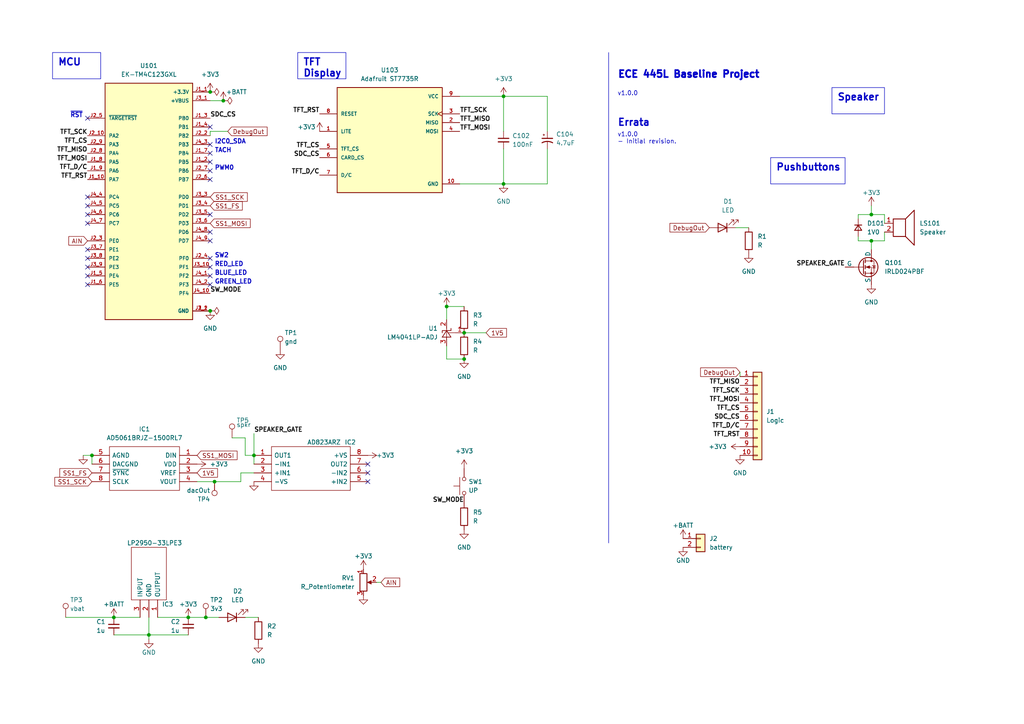
<source format=kicad_sch>
(kicad_sch (version 20230121) (generator eeschema)
  (paper "A4")
  (title_block (title "ECE 445L Baseline Project") (date "2023-08-25") (rev "v1.0.0") (company "The University of Texas at Austin"))
  (lib_symbols
    (symbol "AD5061BRJZ-1500RL7:AD5061BRJZ-1500RL7" (pin_names (offset 0.762))
      (property "Reference" "IC" (at 26.67 7.62 0))
      (property "Value" "AD5061BRJZ-1500RL7" (at 26.67 5.08 0))
      (symbol "AD5061BRJZ-1500RL7_0_0"
        (pin passive line (at 0 0 0) (length 5.08) (name "DIN") (number "1"))
        (pin passive line (at 0 -2.54 0) (length 5.08) (name "VDD") (number "2"))
        (pin passive line (at 0 -5.08 0) (length 5.08) (name "VREF") (number "3"))
        (pin passive line (at 0 -7.62 0) (length 5.08) (name "VOUT") (number "4"))
        (pin passive line (at 30.48 0 180) (length 5.08) (name "AGND") (number "5"))
        (pin passive line (at 30.48 -2.54 180) (length 5.08) (name "DACGND") (number "6"))
        (pin passive line (at 30.48 -5.08 180) (length 5.08) (name "~{SYNC}") (number "7"))
        (pin passive line (at 30.48 -7.62 180) (length 5.08) (name "SCLK") (number "8"))
      )
      (symbol "AD5061BRJZ-1500RL7_0_1"
        (polyline (pts (xy 5.08 2.54) (xy 25.4 2.54) (xy 25.4 -10.16) (xy 5.08 -10.16) (xy 5.08 2.54)) (stroke (width 0.1524)))
      )
    )
    (symbol "AD823ARZ:AD823ARZ" (pin_names (offset 0.762))
      (property "Reference" "IC" (at 29.21 7.62 0))
      (property "Value" "AD823ARZ" (at 29.21 5.08 0))
      (symbol "AD823ARZ_0_0"
        (pin passive line (at 0 0 0) (length 5.08) (name "OUT1") (number "1"))
        (pin passive line (at 0 -2.54 0) (length 5.08) (name "-IN1") (number "2"))
        (pin passive line (at 0 -5.08 0) (length 5.08) (name "+IN1") (number "3"))
        (pin passive line (at 0 -7.62 0) (length 5.08) (name "-VS") (number "4"))
        (pin passive line (at 33.02 -7.62 180) (length 5.08) (name "+IN2") (number "5"))
        (pin passive line (at 33.02 -5.08 180) (length 5.08) (name "-IN2") (number "6"))
        (pin passive line (at 33.02 -2.54 180) (length 5.08) (name "OUT2") (number "7"))
        (pin passive line (at 33.02 0 180) (length 5.08) (name "+VS") (number "8"))
      )
      (symbol "AD823ARZ_0_1"
        (polyline (pts (xy 5.08 2.54) (xy 27.94 2.54) (xy 27.94 -10.16) (xy 5.08 -10.16) (xy 5.08 2.54)) (stroke (width 0.1524)))
      )
    )
    (symbol "Connector:TestPoint" (pin_numbers hide) (pin_names (offset 0.762) hide)
      (property "Reference" "TP" (at 0 6.858 0))
      (property "Value" "TestPoint" (at 0 5.08 0))
      (symbol "TestPoint_0_1"
        (circle (center 0 3.302) (radius 0.762))
      )
      (symbol "TestPoint_1_1"
        (pin passive line (at 0 0 90) (length 2.54) (name "1") (number "1"))
      )
    )
    (symbol "Connector_Generic:Conn_01x02" (pin_names (offset 1.016) hide)
      (property "Reference" "J" (at 0 2.54 0))
      (property "Value" "Conn_01x02" (at 0 -5.08 0))
      (symbol "Conn_01x02_1_1"
        (rectangle (start -1.27 -2.413) (end 0 -2.667) (stroke (width 0.1524)))
        (rectangle (start -1.27 0.127) (end 0 -0.127) (stroke (width 0.1524)))
        (rectangle (start -1.27 1.27) (end 1.27 -3.81) (stroke (width 0.254)) (fill (type background)))
        (pin passive line (at -5.08 0 0) (length 3.81) (name "Pin_1") (number "1"))
        (pin passive line (at -5.08 -2.54 0) (length 3.81) (name "Pin_2") (number "2"))
      )
    )
    (symbol "Connector_Generic:Conn_01x10" (pin_names (offset 1.016) hide)
      (property "Reference" "J" (at 0 12.7 0))
      (property "Value" "Conn_01x10" (at 0 -15.24 0))
      (symbol "Conn_01x10_1_1"
        (rectangle (start -1.27 -12.573) (end 0 -12.827) (stroke (width 0.1524)))
        (rectangle (start -1.27 -10.033) (end 0 -10.287) (stroke (width 0.1524)))
        (rectangle (start -1.27 -7.493) (end 0 -7.747) (stroke (width 0.1524)))
        (rectangle (start -1.27 -4.953) (end 0 -5.207) (stroke (width 0.1524)))
        (rectangle (start -1.27 -2.413) (end 0 -2.667) (stroke (width 0.1524)))
        (rectangle (start -1.27 0.127) (end 0 -0.127) (stroke (width 0.1524)))
        (rectangle (start -1.27 2.667) (end 0 2.413) (stroke (width 0.1524)))
        (rectangle (start -1.27 5.207) (end 0 4.953) (stroke (width 0.1524)))
        (rectangle (start -1.27 7.747) (end 0 7.493) (stroke (width 0.1524)))
        (rectangle (start -1.27 10.287) (end 0 10.033) (stroke (width 0.1524)))
        (rectangle (start -1.27 11.43) (end 1.27 -13.97) (stroke (width 0.254)) (fill (type background)))
        (pin passive line (at -5.08 10.16 0) (length 3.81) (name "Pin_1") (number "1"))
        (pin passive line (at -5.08 -12.7 0) (length 3.81) (name "Pin_10") (number "10"))
        (pin passive line (at -5.08 7.62 0) (length 3.81) (name "Pin_2") (number "2"))
        (pin passive line (at -5.08 5.08 0) (length 3.81) (name "Pin_3") (number "3"))
        (pin passive line (at -5.08 2.54 0) (length 3.81) (name "Pin_4") (number "4"))
        (pin passive line (at -5.08 0 0) (length 3.81) (name "Pin_5") (number "5"))
        (pin passive line (at -5.08 -2.54 0) (length 3.81) (name "Pin_6") (number "6"))
        (pin passive line (at -5.08 -5.08 0) (length 3.81) (name "Pin_7") (number "7"))
        (pin passive line (at -5.08 -7.62 0) (length 3.81) (name "Pin_8") (number "8"))
        (pin passive line (at -5.08 -10.16 0) (length 3.81) (name "Pin_9") (number "9"))
      )
    )
    (symbol "Device:C_Polarized_Small_US" (pin_numbers hide) (pin_names (offset 0.254) hide)
      (property "Reference" "C" (at 0.254 1.778 0))
      (property "Value" "C_Polarized_Small_US" (at 0.254 -2.032 0))
      (symbol "C_Polarized_Small_US_0_1"
        (polyline (pts (xy -1.524 0.508) (xy 1.524 0.508)) (stroke (width 0.3048)))
        (polyline (pts (xy -1.27 1.524) (xy -0.762 1.524)))
        (polyline (pts (xy -1.016 1.27) (xy -1.016 1.778)))
        (arc (start 1.524 -0.762) (mid 0 -0.3734) (end -1.524 -0.762) (stroke (width 0.3048)))
      )
      (symbol "C_Polarized_Small_US_1_1"
        (pin passive line (at 0 2.54 270) (length 2.032) (name "~") (number "1"))
        (pin passive line (at 0 -2.54 90) (length 2.032) (name "~") (number "2"))
      )
    )
    (symbol "Device:C_Small" (pin_numbers hide) (pin_names (offset 0.254) hide)
      (property "Reference" "C" (at 0.254 1.778 0))
      (property "Value" "C_Small" (at 0.254 -2.032 0))
      (symbol "C_Small_0_1"
        (polyline (pts (xy -1.524 -0.508) (xy 1.524 -0.508)) (stroke (width 0.3302)))
        (polyline (pts (xy -1.524 0.508) (xy 1.524 0.508)) (stroke (width 0.3048)))
      )
      (symbol "C_Small_1_1"
        (pin passive line (at 0 2.54 270) (length 2.032) (name "~") (number "1"))
        (pin passive line (at 0 -2.54 90) (length 2.032) (name "~") (number "2"))
      )
    )
    (symbol "Device:D_Small" (pin_numbers hide) (pin_names (offset 0.254) hide)
      (property "Reference" "D" (at -1.27 2.032 0))
      (property "Value" "D_Small" (at -3.81 -2.032 0))
      (symbol "D_Small_0_1"
        (polyline (pts (xy -0.762 -1.016) (xy -0.762 1.016)) (stroke (width 0.254)))
        (polyline (pts (xy -0.762 0) (xy 0.762 0)))
        (polyline (pts (xy 0.762 -1.016) (xy -0.762 0) (xy 0.762 1.016) (xy 0.762 -1.016)) (stroke (width 0.254)))
      )
      (symbol "D_Small_1_1"
        (pin passive line (at -2.54 0 0) (length 1.778) (name "K") (number "1"))
        (pin passive line (at 2.54 0 180) (length 1.778) (name "A") (number "2"))
      )
    )
    (symbol "Device:LED" (pin_numbers hide) (pin_names (offset 1.016) hide)
      (property "Reference" "D" (at 0 2.54 0))
      (property "Value" "LED" (at 0 -2.54 0))
      (symbol "LED_0_1"
        (polyline (pts (xy -1.27 -1.27) (xy -1.27 1.27)) (stroke (width 0.254)))
        (polyline (pts (xy -1.27 0) (xy 1.27 0)))
        (polyline (pts (xy 1.27 -1.27) (xy 1.27 1.27) (xy -1.27 0) (xy 1.27 -1.27)) (stroke (width 0.254)))
        (polyline (pts (xy -3.048 -0.762) (xy -4.572 -2.286) (xy -3.81 -2.286) (xy -4.572 -2.286) (xy -4.572 -1.524)))
        (polyline (pts (xy -1.778 -0.762) (xy -3.302 -2.286) (xy -2.54 -2.286) (xy -3.302 -2.286) (xy -3.302 -1.524)))
      )
      (symbol "LED_1_1"
        (pin passive line (at -3.81 0 0) (length 2.54) (name "K") (number "1"))
        (pin passive line (at 3.81 0 180) (length 2.54) (name "A") (number "2"))
      )
    )
    (symbol "Device:R" (pin_numbers hide) (pin_names (offset 0))
      (property "Reference" "R" (at 2.032 0 90))
      (property "Value" "R" (at 0 0 90))
      (symbol "R_0_1"
        (rectangle (start -1.016 -2.54) (end 1.016 2.54) (stroke (width 0.254)))
      )
      (symbol "R_1_1"
        (pin passive line (at 0 3.81 270) (length 1.27) (name "~") (number "1"))
        (pin passive line (at 0 -3.81 90) (length 1.27) (name "~") (number "2"))
      )
    )
    (symbol "Device:R_Potentiometer" (pin_names (offset 1.016) hide)
      (property "Reference" "RV" (at -4.445 0 90))
      (property "Value" "R_Potentiometer" (at -2.54 0 90))
      (symbol "R_Potentiometer_0_1"
        (polyline (pts (xy 2.54 0) (xy 1.524 0)))
        (polyline (pts (xy 1.143 0) (xy 2.286 0.508) (xy 2.286 -0.508) (xy 1.143 0)) (fill (type outline)))
        (rectangle (start 1.016 2.54) (end -1.016 -2.54) (stroke (width 0.254)))
      )
      (symbol "R_Potentiometer_1_1"
        (pin passive line (at 0 3.81 270) (length 1.27) (name "1") (number "1"))
        (pin passive line (at 3.81 0 180) (length 1.27) (name "2") (number "2"))
        (pin passive line (at 0 -3.81 90) (length 1.27) (name "3") (number "3"))
      )
    )
    (symbol "Device:Speaker" (pin_names (offset 0) hide)
      (property "Reference" "LS" (at 1.27 5.715 0))
      (property "Value" "Speaker" (at 1.27 3.81 0))
      (symbol "Speaker_0_0"
        (rectangle (start -2.54 1.27) (end 1.016 -3.81) (stroke (width 0.254)))
        (polyline (pts (xy 1.016 1.27) (xy 3.556 3.81) (xy 3.556 -6.35) (xy 1.016 -3.81)) (stroke (width 0.254)))
      )
      (symbol "Speaker_1_1"
        (pin input line (at -5.08 0 0) (length 2.54) (name "1") (number "1"))
        (pin input line (at -5.08 -2.54 0) (length 2.54) (name "2") (number "2"))
      )
    )
    (symbol "LP2950-33LPE3:LP2950-33LPE3" (pin_names (offset 0.762))
      (property "Reference" "IC" (at 21.59 7.62 0))
      (property "Value" "LP2950-33LPE3" (at 21.59 5.08 0))
      (symbol "LP2950-33LPE3_0_0"
        (pin passive line (at 0 0 0) (length 5.08) (name "OUTPUT") (number "1"))
        (pin passive line (at 0 -2.54 0) (length 5.08) (name "GND") (number "2"))
        (pin passive line (at 0 -5.08 0) (length 5.08) (name "INPUT") (number "3"))
      )
      (symbol "LP2950-33LPE3_0_1"
        (polyline (pts (xy 5.08 2.54) (xy 20.32 2.54) (xy 20.32 -7.62) (xy 5.08 -7.62) (xy 5.08 2.54)) (stroke (width 0.1524)))
      )
    )
    (symbol "Reference_Voltage:LM4041LP-ADJ" (pin_names (offset 0.0254) hide)
      (property "Reference" "U" (at 2.54 3.81 0))
      (property "Value" "LM4041LP-ADJ" (at 0 -3.175 0))
      (symbol "LM4041LP-ADJ_0_1"
        (polyline (pts (xy 0 2.54) (xy 0 0.508)))
        (polyline (pts (xy -1.27 0) (xy 0 0) (xy 1.27 0)))
        (polyline (pts (xy -1.27 -1.27) (xy 0.635 0) (xy -1.27 1.27) (xy -1.27 -1.27)) (stroke (width 0.2032)))
        (polyline (pts (xy 0 -1.27) (xy 0.635 -1.27) (xy 0.635 1.27) (xy 1.27 1.27)) (stroke (width 0.2032)))
      )
      (symbol "LM4041LP-ADJ_1_1"
        (pin input line (at 0 5.08 270) (length 2.54) (name "FB") (number "1"))
        (pin passive line (at 3.81 0 180) (length 2.54) (name "K") (number "2"))
        (pin passive line (at -3.81 0 0) (length 2.54) (name "A") (number "3"))
      )
    )
    (symbol "Simulation_SPICE:NMOS" (pin_numbers hide) (pin_names (offset 0))
      (property "Reference" "Q" (at 5.08 1.27 0))
      (property "Value" "NMOS" (at 5.08 -1.27 0))
      (symbol "NMOS_0_1"
        (polyline (pts (xy 0.254 0) (xy -2.54 0)))
        (polyline (pts (xy 0.254 1.905) (xy 0.254 -1.905)) (stroke (width 0.254)))
        (polyline (pts (xy 0.762 -1.27) (xy 0.762 -2.286)) (stroke (width 0.254)))
        (polyline (pts (xy 0.762 0.508) (xy 0.762 -0.508)) (stroke (width 0.254)))
        (polyline (pts (xy 0.762 2.286) (xy 0.762 1.27)) (stroke (width 0.254)))
        (polyline (pts (xy 2.54 2.54) (xy 2.54 1.778)))
        (polyline (pts (xy 2.54 -2.54) (xy 2.54 0) (xy 0.762 0)))
        (polyline (pts (xy 0.762 -1.778) (xy 3.302 -1.778) (xy 3.302 1.778) (xy 0.762 1.778)))
        (polyline (pts (xy 1.016 0) (xy 2.032 0.381) (xy 2.032 -0.381) (xy 1.016 0)) (fill (type outline)))
        (polyline (pts (xy 2.794 0.508) (xy 2.921 0.381) (xy 3.683 0.381) (xy 3.81 0.254)))
        (polyline (pts (xy 3.302 0.381) (xy 2.921 -0.254) (xy 3.683 -0.254) (xy 3.302 0.381)))
        (circle (center 1.651 0) (radius 2.794) (stroke (width 0.254)))
        (circle (center 2.54 -1.778) (radius 0.254) (fill (type outline)))
        (circle (center 2.54 1.778) (radius 0.254) (fill (type outline)))
      )
      (symbol "NMOS_1_1"
        (pin passive line (at 2.54 5.08 270) (length 2.54) (name "D") (number "1"))
        (pin input line (at -5.08 0 0) (length 2.54) (name "G") (number "2"))
        (pin passive line (at 2.54 -5.08 90) (length 2.54) (name "S") (number "3"))
      )
    )
    (symbol "Switch:SW_Push" (pin_numbers hide) (pin_names (offset 1.016) hide)
      (property "Reference" "SW" (at 1.27 2.54 0))
      (property "Value" "SW_Push" (at 0 -1.524 0))
      (symbol "SW_Push_0_1"
        (circle (center -2.032 0) (radius 0.508))
        (polyline (pts (xy 0 1.27) (xy 0 3.048)))
        (polyline (pts (xy 2.54 1.27) (xy -2.54 1.27)))
        (circle (center 2.032 0) (radius 0.508))
        (pin passive line (at -5.08 0 0) (length 2.54) (name "1") (number "1"))
        (pin passive line (at 5.08 0 180) (length 2.54) (name "2") (number "2"))
      )
    )
    (symbol "adafruit_st7735r:Adafruit ST7735R" (pin_names (offset 1.016))
      (property "Reference" "U?" (at -15.24 16.002 0))
      (property "Value" "Adafruit ST7735R" (at -15.24 -17.78 0))
      (symbol "Adafruit ST7735R_0_0"
        (rectangle (start -15.24 -15.24) (end 15.24 15.24) (stroke (width 0.254)) (fill (type background)))
        (pin input line (at -20.32 2.54 0) (length 5.08) (name "LITE") (number "1"))
        (pin power_in line (at 20.32 -12.7 180) (length 5.08) (name "GND") (number "10"))
        (pin output line (at 20.32 5.08 180) (length 5.08) (name "MISO") (number "2"))
        (pin input clock (at 20.32 7.62 180) (length 5.08) (name "SCK") (number "3"))
        (pin input line (at 20.32 2.54 180) (length 5.08) (name "MOSI") (number "4"))
        (pin input line (at -20.32 -2.54 0) (length 5.08) (name "TFT_CS") (number "5"))
        (pin input line (at -20.32 -5.08 0) (length 5.08) (name "CARD_CS") (number "6"))
        (pin input line (at -20.32 -10.16 0) (length 5.08) (name "D/C") (number "7"))
        (pin input line (at -20.32 7.62 0) (length 5.08) (name "RESET") (number "8"))
        (pin power_in line (at 20.32 12.7 180) (length 5.08) (name "VCC") (number "9"))
      )
    )
    (symbol "power:+3V3" (power) (pin_names (offset 0))
      (property "Value" "+3V3" (at 0 3.556 0))
      (symbol "+3V3_0_1"
        (polyline (pts (xy -0.762 1.27) (xy 0 2.54)))
        (polyline (pts (xy 0 0) (xy 0 2.54)))
        (polyline (pts (xy 0 2.54) (xy 0.762 1.27)))
      )
      (symbol "+3V3_1_1"
        (pin power_in line (at 0 0 90) (length 0) hide (name "+3V3") (number "1"))
      )
    )
    (symbol "power:+BATT" (power) (pin_names (offset 0))
      (property "Value" "+BATT" (at 0 3.556 0))
      (symbol "+BATT_0_1"
        (polyline (pts (xy -0.762 1.27) (xy 0 2.54)))
        (polyline (pts (xy 0 0) (xy 0 2.54)))
        (polyline (pts (xy 0 2.54) (xy 0.762 1.27)))
      )
      (symbol "+BATT_1_1"
        (pin power_in line (at 0 0 90) (length 0) hide (name "+BATT") (number "1"))
      )
    )
    (symbol "power:GND" (power) (pin_names (offset 0))
      (property "Value" "GND" (at 0 -3.81 0))
      (symbol "GND_0_1"
        (polyline (pts (xy 0 0) (xy 0 -1.27) (xy 1.27 -1.27) (xy 0 -2.54) (xy -1.27 -1.27) (xy 0 -1.27)))
      )
      (symbol "GND_1_1"
        (pin power_in line (at 0 0 270) (length 0) hide (name "GND") (number "1"))
      )
    )
    (symbol "power:PWR_FLAG" (power) (pin_numbers hide) (pin_names (offset 0) hide)
      (property "Value" "PWR_FLAG" (at 0 3.81 0))
      (symbol "PWR_FLAG_0_0"
        (pin power_out line (at 0 0 90) (length 0) (name "pwr") (number "1"))
      )
      (symbol "PWR_FLAG_0_1"
        (polyline (pts (xy 0 0) (xy 0 1.27) (xy -1.016 1.905) (xy 0 2.54) (xy 1.016 1.905) (xy 0 1.27)))
      )
    )
    (symbol "ti_EKTM4C123GXL:EK-TM4C123GXL" (pin_names (offset 1.016))
      (property "Reference" "U?" (at -12.7367 34.3099 0))
      (property "Value" "EK-TM4C123GXL" (at -12.7129 -38.1075 0))
      (symbol "EK-TM4C123GXL_0_0"
        (rectangle (start -12.7 -35.56) (end 12.7 33.02) (stroke (width 0.254)) (fill (type background)))
        (pin power_in line (at 17.78 30.48 180) (length 5.08) (name "+3.3V") (number "J1_1"))
        (pin bidirectional line (at -17.78 5.08 0) (length 5.08) (name "PA7") (number "J1_10"))
        (pin bidirectional line (at 17.78 10.16 180) (length 5.08) (name "PB5") (number "J1_2"))
        (pin bidirectional line (at 17.78 22.86 180) (length 5.08) (name "PB0") (number "J1_3"))
        (pin bidirectional line (at 17.78 20.32 180) (length 5.08) (name "PB1") (number "J1_4"))
        (pin bidirectional line (at -17.78 -22.86 0) (length 5.08) (name "PE4") (number "J1_5"))
        (pin bidirectional line (at -17.78 -25.4 0) (length 5.08) (name "PE5") (number "J1_6"))
        (pin bidirectional line (at 17.78 12.7 180) (length 5.08) (name "PB4") (number "J1_7"))
        (pin bidirectional line (at -17.78 10.16 0) (length 5.08) (name "PA5") (number "J1_8"))
        (pin bidirectional line (at -17.78 7.62 0) (length 5.08) (name "PA6") (number "J1_9"))
        (pin power_in line (at 17.78 -33.02 180) (length 5.08) (name "GND") (number "J2_1"))
        (pin bidirectional line (at -17.78 17.78 0) (length 5.08) (name "PA2") (number "J2_10"))
        (pin bidirectional line (at 17.78 17.78 180) (length 5.08) (name "PB2") (number "J2_2"))
        (pin bidirectional line (at -17.78 -12.7 0) (length 5.08) (name "PE0") (number "J2_3"))
        (pin bidirectional line (at 17.78 -17.78 180) (length 5.08) (name "PF0") (number "J2_4"))
        (pin input line (at -17.78 22.86 0) (length 5.08) (name "~{TARGETRST}") (number "J2_5"))
        (pin bidirectional line (at 17.78 5.08 180) (length 5.08) (name "PB7") (number "J2_6"))
        (pin bidirectional line (at 17.78 7.62 180) (length 5.08) (name "PB6") (number "J2_7"))
        (pin bidirectional line (at -17.78 12.7 0) (length 5.08) (name "PA4") (number "J2_8"))
        (pin bidirectional line (at -17.78 15.24 0) (length 5.08) (name "PA3") (number "J2_9"))
        (pin power_in line (at 17.78 27.94 180) (length 5.08) (name "+VBUS") (number "J3_1"))
        (pin bidirectional line (at 17.78 -20.32 180) (length 5.08) (name "PF1") (number "J3_10"))
        (pin power_in line (at 17.78 -33.02 180) (length 5.08) (name "GND") (number "J3_2"))
        (pin bidirectional line (at 17.78 0 180) (length 5.08) (name "PD0") (number "J3_3"))
        (pin bidirectional line (at 17.78 -2.54 180) (length 5.08) (name "PD1") (number "J3_4"))
        (pin bidirectional line (at 17.78 -5.08 180) (length 5.08) (name "PD2") (number "J3_5"))
        (pin bidirectional line (at 17.78 -7.62 180) (length 5.08) (name "PD3") (number "J3_6"))
        (pin bidirectional line (at -17.78 -15.24 0) (length 5.08) (name "PE1") (number "J3_7"))
        (pin bidirectional line (at -17.78 -17.78 0) (length 5.08) (name "PE2") (number "J3_8"))
        (pin bidirectional line (at -17.78 -20.32 0) (length 5.08) (name "PE3") (number "J3_9"))
        (pin bidirectional line (at 17.78 -22.86 180) (length 5.08) (name "PF2") (number "J4_1"))
        (pin bidirectional line (at 17.78 -27.94 180) (length 5.08) (name "PF4") (number "J4_10"))
        (pin bidirectional line (at 17.78 -25.4 180) (length 5.08) (name "PF3") (number "J4_2"))
        (pin bidirectional line (at 17.78 15.24 180) (length 5.08) (name "PB3") (number "J4_3"))
        (pin bidirectional line (at -17.78 0 0) (length 5.08) (name "PC4") (number "J4_4"))
        (pin bidirectional line (at -17.78 -2.54 0) (length 5.08) (name "PC5") (number "J4_5"))
        (pin bidirectional line (at -17.78 -5.08 0) (length 5.08) (name "PC6") (number "J4_6"))
        (pin bidirectional line (at -17.78 -7.62 0) (length 5.08) (name "PC7") (number "J4_7"))
        (pin bidirectional line (at 17.78 -10.16 180) (length 5.08) (name "PD6") (number "J4_8"))
        (pin bidirectional line (at 17.78 -12.7 180) (length 5.08) (name "PD7") (number "J4_9"))
      )
    )
  )
  (junction (at 134.62 104.14))
  (junction (at 60.96 26.67))
  (junction (at 43.18 184.15))
  (junction (at 73.66 132.08))
  (junction (at 146.05 53.34))
  (junction (at 62.23 139.7))
  (junction (at 252.73 62.23))
  (junction (at 129.54 88.9))
  (junction (at 26.67 132.08))
  (junction (at 54.61 179.07))
  (junction (at 33.02 179.07))
  (junction (at 60.96 90.17))
  (junction (at 146.05 27.94))
  (junction (at 64.77 29.21))
  (junction (at 252.73 69.85))
  (junction (at 134.62 96.52))
  (junction (at 59.69 179.07))
  (no_connect (at 60.96 49.53))
  (no_connect (at 60.96 80.01))
  (no_connect (at 25.4 64.77))
  (no_connect (at 25.4 77.47))
  (no_connect (at 60.96 82.55))
  (no_connect (at 25.4 82.55))
  (no_connect (at 106.68 139.7))
  (no_connect (at 60.96 44.45))
  (no_connect (at 25.4 59.69))
  (no_connect (at 25.4 34.29))
  (no_connect (at 60.96 46.99))
  (no_connect (at 60.96 77.47))
  (no_connect (at 60.96 41.91))
  (no_connect (at 106.68 137.16))
  (no_connect (at 60.96 74.93))
  (no_connect (at 25.4 72.39))
  (no_connect (at 60.96 62.23))
  (no_connect (at 60.96 36.83))
  (no_connect (at 60.96 69.85))
  (no_connect (at 60.96 67.31))
  (no_connect (at 25.4 62.23))
  (no_connect (at 25.4 80.01))
  (no_connect (at 25.4 57.15))
  (no_connect (at 25.4 74.93))
  (no_connect (at 106.68 134.62))
  (no_connect (at 60.96 52.07))
  (wire (pts (xy 146.05 53.34) (xy 133.35 53.34)))
  (wire (pts (xy 33.02 184.15) (xy 43.18 184.15)))
  (wire (pts (xy 69.85 137.16) (xy 73.66 137.16)))
  (wire (pts (xy 33.02 179.07) (xy 40.64 179.07)))
  (wire (pts (xy 60.96 38.1) (xy 60.96 39.37)))
  (wire (pts (xy 158.75 53.34) (xy 146.05 53.34)))
  (wire (pts (xy 66.04 38.1) (xy 60.96 38.1)))
  (wire (pts (xy 69.85 139.7) (xy 69.85 137.16)))
  (wire (pts (xy 67.31 127) (xy 71.12 127)))
  (wire (pts (xy 248.92 62.23) (xy 252.73 62.23)))
  (wire (pts (xy 213.36 66.04) (xy 217.17 66.04)))
  (wire (pts (xy 214.63 107.95) (xy 214.63 109.22)))
  (wire (pts (xy 256.54 67.31) (xy 256.54 69.85)))
  (wire (pts (xy 252.73 59.69) (xy 252.73 62.23)))
  (wire (pts (xy 158.75 27.94) (xy 146.05 27.94)))
  (wire (pts (xy 129.54 92.71) (xy 129.54 88.9)))
  (wire (pts (xy 248.92 62.23) (xy 248.92 63.5)))
  (wire (pts (xy 43.18 185.42) (xy 43.18 184.15)))
  (wire (pts (xy 146.05 43.18) (xy 146.05 53.34)))
  (wire (pts (xy 248.92 69.85) (xy 252.73 69.85)))
  (wire (pts (xy 26.67 132.08) (xy 24.13 132.08)))
  (wire (pts (xy 54.61 179.07) (xy 45.72 179.07)))
  (wire (pts (xy 71.12 179.07) (xy 74.93 179.07)))
  (wire (pts (xy 73.66 132.08) (xy 73.66 125.73)))
  (wire (pts (xy 146.05 27.94) (xy 146.05 38.1)))
  (wire (pts (xy 158.75 43.18) (xy 158.75 53.34)))
  (wire (pts (xy 252.73 69.85) (xy 256.54 69.85)))
  (wire (pts (xy 62.23 139.7) (xy 69.85 139.7)))
  (wire (pts (xy 60.96 29.21) (xy 64.77 29.21)))
  (polyline (pts (xy 176.53 15.24) (xy 176.53 157.48)))
  (wire (pts (xy 19.05 179.07) (xy 33.02 179.07)))
  (wire (pts (xy 43.18 184.15) (xy 43.18 179.07)))
  (wire (pts (xy 134.62 96.52) (xy 140.97 96.52)))
  (wire (pts (xy 109.22 168.91) (xy 110.49 168.91)))
  (wire (pts (xy 71.12 127) (xy 71.12 132.08)))
  (wire (pts (xy 43.18 184.15) (xy 54.61 184.15)))
  (wire (pts (xy 252.73 72.39) (xy 252.73 69.85)))
  (wire (pts (xy 129.54 104.14) (xy 134.62 104.14)))
  (wire (pts (xy 129.54 88.9) (xy 134.62 88.9)))
  (wire (pts (xy 73.66 132.08) (xy 73.66 134.62)))
  (wire (pts (xy 26.67 132.08) (xy 26.67 134.62)))
  (wire (pts (xy 57.15 139.7) (xy 62.23 139.7)))
  (wire (pts (xy 129.54 100.33) (xy 129.54 104.14)))
  (wire (pts (xy 256.54 62.23) (xy 256.54 64.77)))
  (wire (pts (xy 59.69 179.07) (xy 63.5 179.07)))
  (wire (pts (xy 71.12 132.08) (xy 73.66 132.08)))
  (wire (pts (xy 252.73 62.23) (xy 256.54 62.23)))
  (wire (pts (xy 158.75 38.1) (xy 158.75 27.94)))
  (wire (pts (xy 133.35 27.94) (xy 146.05 27.94)))
  (wire (pts (xy 248.92 69.85) (xy 248.92 68.58)))
  (wire (pts (xy 54.61 179.07) (xy 59.69 179.07)))
  (text_box "MCU" (at 15.24 15.24 0) (size 13.97 7.62) (effects (font (size 2 2) (thickness 0.4) bold) (justify left top)))
  (text_box "Speaker" (at 241.3 25.4 0) (size 15.24 7.62) (effects (font (size 2 2) (thickness 0.4) bold) (justify left top)))
  (text_box "Pushbuttons" (at 223.52 45.72 0) (size 21.59 7.62) (effects (font (size 2 2) (thickness 0.4) bold) (justify left top)))
  (text_box "TFT Display" (at 86.36 15.24 0) (size 13.97 7.62) (effects (font (size 2 2) (thickness 0.4) bold) (justify left top)))
  (text "v1.0.0\n- Initial revision." (at 179.07 41.91 0) (effects (font (size 1.27 1.27)) (justify left bottom)))
  (text "~{RST}" (at 20.32 34.29 0) (effects (font (size 1.27 1.27) bold) (justify left bottom)))
  (text "PWM0" (at 62.23 49.53 0) (effects (font (size 1.27 1.27) bold) (justify left bottom)))
  (text "TACH" (at 62.23 44.45 0) (effects (font (size 1.27 1.27) bold) (justify left bottom)))
  (text "ECE 445L Baseline Project" (at 179.07 22.86 0) (effects (font (size 2 2) (thickness 0.6) bold) (justify left bottom)))
  (text "v1.0.0" (at 179.07 27.94 0) (effects (font (size 1.27 1.27)) (justify left bottom)))
  (text "Errata" (at 179.07 36.83 0) (effects (font (size 2 2) (thickness 0.4) bold) (justify left bottom)))
  (text "BLUE_LED" (at 62.23 80.01 0) (effects (font (size 1.27 1.27) bold) (justify left bottom)))
  (text "I2C0_SDA" (at 62.23 41.91 0) (effects (font (size 1.27 1.27) bold) (justify left bottom)))
  (text "RED_LED" (at 62.23 77.47 0) (effects (font (size 1.27 1.27) bold) (justify left bottom)))
  (text "SW2" (at 62.23 74.93 0) (effects (font (size 1.27 1.27) bold) (justify left bottom)))
  (text "GREEN_LED" (at 62.23 82.55 0) (effects (font (size 1.27 1.27) bold) (justify left bottom)))
  (label "SDC_CS" (at 60.96 34.29 0) (effects (font bold)))
  (label "TFT_CS" (at 214.63 119.38 180) (effects (font bold)))
  (label "TFT_SCK" (at 25.4 39.37 180) (effects (font bold)))
  (label "SPEAKER_GATE" (at 73.66 125.73 0) (effects (font bold)))
  (label "TFT_CS" (at 92.71 43.18 180) (effects (font bold)))
  (label "SW_MODE" (at 60.96 85.09 0) (effects (font bold)))
  (label "SDC_CS" (at 92.71 45.72 180) (effects (font bold)))
  (label "TFT_D{slash}C" (at 214.63 124.46 180) (effects (font bold)))
  (label "TFT_MISO" (at 133.35 35.56 0) (effects (font bold)))
  (label "TFT_MOSI" (at 214.63 116.84 180) (effects (font bold)))
  (label "SPEAKER_GATE" (at 245.11 77.47 180) (effects (font bold)))
  (label "TFT_SCK" (at 133.35 33.02 0) (effects (font bold)))
  (label "TFT_MOSI" (at 133.35 38.1 0) (effects (font bold)))
  (label "TFT_D{slash}C" (at 25.4 49.53 180) (effects (font bold)))
  (label "TFT_RST" (at 92.71 33.02 180) (effects (font bold)))
  (label "TFT_SCK" (at 214.63 114.3 180) (effects (font bold)))
  (label "TFT_MOSI" (at 25.4 46.99 180) (effects (font bold)))
  (label "TFT_MISO" (at 214.63 111.76 180) (effects (font bold)))
  (label "SDC_CS" (at 214.63 121.92 180) (effects (font bold)))
  (label "TFT_MISO" (at 25.4 44.45 180) (effects (font bold)))
  (label "TFT_RST" (at 25.4 52.07 180) (effects (font bold)))
  (label "TFT_D{slash}C" (at 92.71 50.8 180) (effects (font bold)))
  (label "SW_MODE" (at 134.62 146.05 180) (effects (font bold)))
  (label "TFT_RST" (at 214.63 127 180) (effects (font bold)))
  (label "TFT_CS" (at 25.4 41.91 180) (effects (font bold)))
  (global_label "AIN" (shape input) (at 25.4 69.85 180) (property "Intersheetrefs" "${INTERSHEET_REFS}" (effects hide)))
  (global_label "SS1_FS" (shape input) (at 26.67 137.16 180) (property "Intersheetrefs" "${INTERSHEET_REFS}" (effects hide)))
  (global_label "DebugOut" (shape input) (at 66.04 38.1 0) (property "Intersheetrefs" "${INTERSHEET_REFS}" (effects hide)))
  (global_label "1V5" (shape input) (at 140.97 96.52 0) (property "Intersheetrefs" "${INTERSHEET_REFS}" (effects hide)))
  (global_label "SS1_FS" (shape input) (at 60.96 59.69 0) (property "Intersheetrefs" "${INTERSHEET_REFS}" (effects hide)))
  (global_label "DebugOut" (shape input) (at 205.74 66.04 180) (property "Intersheetrefs" "${INTERSHEET_REFS}" (effects hide)))
  (global_label "SS1_MOSI" (shape input) (at 57.15 132.08 0) (property "Intersheetrefs" "${INTERSHEET_REFS}" (effects hide)))
  (global_label "SS1_MOSI" (shape input) (at 60.96 64.77 0) (property "Intersheetrefs" "${INTERSHEET_REFS}" (effects hide)))
  (global_label "1V5" (shape input) (at 57.15 137.16 0) (property "Intersheetrefs" "${INTERSHEET_REFS}" (effects hide)))
  (global_label "DebugOut" (shape input) (at 214.63 107.95 180) (property "Intersheetrefs" "${INTERSHEET_REFS}" (effects hide)))
  (global_label "SS1_SCK" (shape input) (at 60.96 57.15 0) (property "Intersheetrefs" "${INTERSHEET_REFS}" (effects hide)))
  (global_label "SS1_SCK" (shape input) (at 26.67 139.7 180) (property "Intersheetrefs" "${INTERSHEET_REFS}" (effects hide)))
  (global_label "AIN" (shape input) (at 110.49 168.91 0) (property "Intersheetrefs" "${INTERSHEET_REFS}" (effects hide)))
  (symbol (lib_id "Device:LED") (at 209.55 66.04 180) (unit 1)
    (property "Reference" "D1" (at 211.1375 58.42 0))
    (property "Value" "LED" (at 211.1375 60.96 0))
    (property "Footprint" "LED_THT:LED_D5.0mm" (effects hide))
  )
  (symbol (lib_id "power:+3V3") (at 146.05 27.94 0) (unit 1)
    (property "Reference" "#PWR0109" (effects hide))
    (property "Value" "+3V3" (at 146.05 22.86 0))
  )
  (symbol (lib_id "power:+3V3") (at 105.41 165.1 0) (unit 1)
    (property "Reference" "#PWR019" (effects hide))
    (property "Value" "+3V3" (at 105.41 161.29 0))
  )
  (symbol (lib_id "power:PWR_FLAG") (at 60.96 90.17 270) (unit 1)
    (property "Reference" "#FLG0102" (effects hide))
    (property "Value" "PWR_FLAG" (effects hide))
  )
  (symbol (lib_id "Device:D_Small") (at 248.92 66.04 270) (unit 1)
    (property "Reference" "D101" (at 251.46 64.77 90) (effects (justify left)))
    (property "Value" "1V0" (at 251.46 67.31 90) (effects (justify left)))
    (property "Footprint" "Diode_THT:D_5W_P12.70mm_Horizontal" (effects hide))
    (property "Datasheet" "https://www.mouser.com/datasheet/2/308/1N914_D-2309448.pdf" (effects hide))
    (property "Cost" "0.10 " (effects hide))
    (property "Distributor" "Mouser" (effects hide))
    (property "Manufacturer" "onsemi" (effects hide))
    (property "P/N" "1N914 " (effects hide))
  )
  (symbol (lib_id "Switch:SW_Push") (at 134.62 140.97 90) (unit 1)
    (property "Reference" "SW1" (at 135.89 139.7 90) (effects (justify right)))
    (property "Value" "UP" (at 135.89 142.24 90) (effects (justify right)))
    (property "Footprint" "Button_Switch_THT:SW_PUSH_6mm" (effects hide))
  )
  (symbol (lib_id "ti_EKTM4C123GXL:EK-TM4C123GXL") (at 43.18 57.15 0) (unit 1)
    (property "Reference" "U101" (at 43.18 19.05 0))
    (property "Value" "EK-TM4C123GXL" (at 43.18 21.59 0))
    (property "Footprint" "footprints:ti_EKTM4C123GXL" (effects hide))
    (property "Datasheet" "https://www.ti.com/lit/ds/symlink/tm4c123gh6pm.pdf?ts=1693244962384&ref_url=https%253A%252F%252Fwww.google.com%252F" (effects hide))
    (property "Distributor" "Mouser" (effects hide))
    (property "Manufacturer" "Texas Instruments" (effects hide))
    (property "P/N" "EK-TM4C123GXL" (effects hide))
    (property "Cost" "22.60" (effects hide))
  )
  (symbol (lib_id "power:+BATT") (at 198.12 156.21 0) (unit 1)
    (property "Reference" "#PWR03" (effects hide))
    (property "Value" "+BATT" (at 198.12 152.4 0))
  )
  (symbol (lib_id "Connector:TestPoint") (at 59.69 179.07 0) (unit 1)
    (property "Reference" "TP2" (at 60.96 173.99 0) (effects (justify left)))
    (property "Value" "3v3" (at 60.96 176.53 0) (effects (justify left)))
    (property "Footprint" "TestPoint:TestPoint_Bridge_Pitch7.62mm_Drill1.3mm" (effects hide))
  )
  (symbol (lib_id "Simulation_SPICE:NMOS") (at 250.19 77.47 0) (unit 1)
    (property "Reference" "Q101" (at 256.54 76.2 0) (effects (justify left)))
    (property "Value" "IRLD024PBF" (at 256.54 78.74 0) (effects (justify left)))
    (property "Footprint" "footprints:vishay_IRLD024PBF" (effects hide))
    (property "Datasheet" "https://www.vishay.com/doc?91308" (effects hide))
    (property "Cost" "1.67" (effects hide))
    (property "Distributor" "Mouser" (effects hide))
    (property "Manufacturer" "Vishay" (effects hide))
    (property "P/N" "IRLD024PBF" (effects hide))
  )
  (symbol (lib_id "Device:R") (at 134.62 92.71 0) (unit 1)
    (property "Reference" "R3" (at 137.16 91.44 0) (effects (justify left)))
    (property "Value" "R" (at 137.16 93.98 0) (effects (justify left)))
    (property "Footprint" "Resistor_THT:R_Axial_DIN0411_L9.9mm_D3.6mm_P12.70mm_Horizontal" (effects hide))
  )
  (symbol (lib_id "Device:C_Small") (at 146.05 40.64 0) (unit 1)
    (property "Reference" "C102" (at 148.59 39.3763 0) (effects (justify left)))
    (property "Value" "100nF" (at 148.59 41.9163 0) (effects (justify left)))
    (property "Footprint" "Capacitor_THT:C_Axial_L5.1mm_D3.1mm_P15.00mm_Horizontal" (effects hide))
  )
  (symbol (lib_id "power:GND") (at 217.17 73.66 0) (unit 1)
    (property "Reference" "#PWR01" (effects hide))
    (property "Value" "GND" (at 217.17 78.74 0))
  )
  (symbol (lib_id "power:PWR_FLAG") (at 64.77 29.21 270) (unit 1)
    (property "Reference" "#FLG0103" (effects hide))
    (property "Value" "PWR_FLAG" (effects hide))
  )
  (symbol (lib_id "power:GND") (at 74.93 186.69 0) (unit 1)
    (property "Reference" "#PWR02" (effects hide))
    (property "Value" "GND" (at 74.93 191.77 0))
  )
  (symbol (lib_id "power:+3V3") (at 57.15 134.62 270) (mirror x) (unit 1)
    (property "Reference" "#PWR013" (effects hide))
    (property "Value" "+3V3" (at 63.5 134.62 90))
  )
  (symbol (lib_id "power:+3V3") (at 129.54 88.9 0) (unit 1)
    (property "Reference" "#PWR08" (effects hide))
    (property "Value" "+3V3" (at 129.54 85.09 0))
  )
  (symbol (lib_id "power:GND") (at 43.18 185.42 0) (unit 1)
    (property "Reference" "#PWR011" (effects hide))
    (property "Value" "GND" (at 43.18 189.23 0))
  )
  (symbol (lib_id "power:GND") (at 73.66 139.7 0) (unit 1)
    (property "Reference" "#PWR017" (effects hide))
    (property "Value" "GND" (effects hide))
  )
  (symbol (lib_id "adafruit_st7735r:Adafruit ST7735R") (at 113.03 40.64 0) (unit 1)
    (property "Reference" "U103" (at 113.03 20.32 0))
    (property "Value" "Adafruit ST7735R" (at 113.03 22.86 0))
    (property "Footprint" "footprints:adafruit_st7735r" (effects hide))
    (property "Datasheet" "https://www.mouser.com/datasheet/2/737/ST7735R_V0_2-2489618.pdf" (effects hide))
    (property "Distributor" "Mouser" (effects hide))
    (property "Manufacturer" "Adafruit" (effects hide))
    (property "P/N" "358" (effects hide))
    (property "Cost" "19.95" (effects hide))
  )
  (symbol (lib_id "power:+3V3") (at 134.62 135.89 0) (unit 1)
    (property "Reference" "#PWR020" (effects hide))
    (property "Value" "+3V3" (at 134.62 130.81 0))
  )
  (symbol (lib_id "Connector:TestPoint") (at 19.05 179.07 0) (unit 1)
    (property "Reference" "TP3" (at 20.32 173.99 0) (effects (justify left)))
    (property "Value" "vbat" (at 20.32 176.53 0) (effects (justify left)))
    (property "Footprint" "TestPoint:TestPoint_Bridge_Pitch7.62mm_Drill1.3mm" (effects hide))
  )
  (symbol (lib_id "AD823ARZ:AD823ARZ") (at 73.66 132.08 0) (unit 1)
    (property "Reference" "IC2" (at 101.6 128.27 0))
    (property "Value" "AD823ARZ" (at 93.98 128.27 0))
    (property "Footprint" "footprints:SOIC127P600X175-8N" (effects hide))
    (property "Datasheet" "http://www.analog.com/static/imported-files/data_sheets/AD823.pdf" (effects hide))
    (property "Description" "AD823ARZ, Dual Operational Amplifier R-R 5 to 28V, 8-Pin SOIC" (effects hide))
    (property "Height" "1.75" (effects hide))
    (property "Mouser Part Number" "584-AD823ARZ" (effects hide))
    (property "Mouser Price/Stock" "https://www.mouser.co.uk/ProductDetail/Analog-Devices/AD823ARZ?qs=%2FtpEQrCGXCxwCyk66FdV8A%3D%3D" (effects hide))
    (property "Manufacturer_Name" "Analog Devices" (effects hide))
    (property "Manufacturer_Part_Number" "AD823ARZ" (effects hide))
  )
  (symbol (lib_id "Device:R") (at 217.17 69.85 0) (unit 1)
    (property "Reference" "R1" (at 219.71 68.58 0) (effects (justify left)))
    (property "Value" "R" (at 219.71 71.12 0) (effects (justify left)))
    (property "Footprint" "Resistor_THT:R_Axial_DIN0411_L9.9mm_D3.6mm_P12.70mm_Horizontal" (effects hide))
  )
  (symbol (lib_id "Device:C_Small") (at 54.61 181.61 0) (unit 1)
    (property "Reference" "C2" (at 49.53 180.34 0) (effects (justify left)))
    (property "Value" "1u" (at 49.53 182.88 0) (effects (justify left)))
    (property "Footprint" "Capacitor_SMD:C_1206_3216Metric" (effects hide))
  )
  (symbol (lib_id "power:GND") (at 146.05 53.34 0) (unit 1)
    (property "Reference" "#PWR0110" (effects hide))
    (property "Value" "GND" (at 146.05 58.42 0))
  )
  (symbol (lib_id "AD5061BRJZ-1500RL7:AD5061BRJZ-1500RL7") (at 57.15 132.08 0) (mirror y) (unit 1)
    (property "Reference" "IC1" (at 41.91 124.46 0))
    (property "Value" "AD5061BRJZ-1500RL7" (at 41.91 127 0))
    (property "Footprint" "footprints:SOT65P280X145-8N" (effects hide))
    (property "Description" "DAC 1-CH Segment 16-bit 8-Pin SOT-23 T/R" (effects hide))
    (property "Height" "1.45" (effects hide))
    (property "Mouser Part Number" "584-AD5061BRJZ1500R7" (effects hide))
    (property "Mouser Price/Stock" "https://www.mouser.co.uk/ProductDetail/Analog-Devices/AD5061BRJZ-1500RL7?qs=NmRFExCfTkErstKr48Qwig%3D%3D" (effects hide))
    (property "Manufacturer_Name" "Analog Devices" (effects hide))
    (property "Manufacturer_Part_Number" "AD5061BRJZ-1500RL7" (effects hide))
  )
  (symbol (lib_id "Reference_Voltage:LM4041LP-ADJ") (at 129.54 96.52 270) (mirror x) (unit 1)
    (property "Reference" "U1" (at 127 95.25 90) (effects (justify right)))
    (property "Value" "LM4041LP-ADJ" (at 127 97.79 90) (effects (justify right)))
    (property "Footprint" "Package_TO_SOT_THT:TO-92_Inline" (effects hide))
    (property "Datasheet" "http://www.ti.com/lit/ds/symlink/lm4041-n.pdf" (effects hide))
  )
  (symbol (lib_id "LP2950-33LPE3:LP2950-33LPE3") (at 45.72 179.07 270) (mirror x) (unit 1)
    (property "Reference" "IC3" (at 46.99 175.26 90) (effects (justify left)))
    (property "Value" "LP2950-33LPE3" (at 36.83 157.48 90) (effects (justify left)))
    (property "Footprint" "TO127P419X482X788-3P" (effects hide))
    (property "Datasheet" "http://www.ti.com/lit/gpn/lp2950" (effects hide))
    (property "Description" "Adjustable Micropower Voltage Regulator With Shutdown" (effects hide))
    (property "Height" "4.19" (effects hide))
    (property "Mouser Part Number" "595-LP2950-33LPE3" (effects hide))
    (property "Mouser Price/Stock" "https://www.mouser.co.uk/ProductDetail/Texas-Instruments/LP2950-33LPE3?qs=iSMark9AYDXTrQt0j9r%2F2w%3D%3D" (effects hide))
    (property "Manufacturer_Name" "Texas Instruments" (effects hide))
    (property "Manufacturer_Part_Number" "LP2950-33LPE3" (effects hide))
  )
  (symbol (lib_id "Connector:TestPoint") (at 62.23 139.7 180) (unit 1)
    (property "Reference" "TP4" (at 60.96 144.78 0) (effects (justify left)))
    (property "Value" "dacOut" (at 60.96 142.24 0) (effects (justify left)))
    (property "Footprint" "TestPoint:TestPoint_Bridge_Pitch7.62mm_Drill1.3mm" (effects hide))
  )
  (symbol (lib_id "Connector:TestPoint") (at 67.31 127 0) (unit 1)
    (property "Reference" "TP5" (at 68.58 121.92 0) (effects (justify left)))
    (property "Value" "spkr" (at 68.58 123.19 0) (effects (justify left)))
    (property "Footprint" "TestPoint:TestPoint_Bridge_Pitch7.62mm_Drill1.3mm" (effects hide))
  )
  (symbol (lib_id "power:+3V3") (at 92.71 38.1 0) (unit 1)
    (property "Reference" "#PWR0106" (effects hide))
    (property "Value" "+3V3" (at 88.9 36.83 0))
  )
  (symbol (lib_id "power:GND") (at 134.62 104.14 0) (unit 1)
    (property "Reference" "#PWR09" (effects hide))
    (property "Value" "GND" (at 134.62 109.22 0))
  )
  (symbol (lib_id "power:+3V3") (at 60.96 26.67 0) (unit 1)
    (property "Reference" "#PWR0103" (effects hide))
    (property "Value" "+3V3" (at 60.96 21.59 0))
  )
  (symbol (lib_id "Device:C_Polarized_Small_US") (at 158.75 40.64 0) (unit 1)
    (property "Reference" "C104" (at 161.29 38.9382 0) (effects (justify left)))
    (property "Value" "4.7uF" (at 161.29 41.4782 0) (effects (justify left)))
    (property "Footprint" "Capacitor_THT:CP_Axial_L10.0mm_D4.5mm_P15.00mm_Horizontal" (effects hide))
  )
  (symbol (lib_id "power:GND") (at 252.73 82.55 0) (unit 1)
    (property "Reference" "#PWR0102" (effects hide))
    (property "Value" "GND" (at 252.73 87.63 0))
  )
  (symbol (lib_id "power:+BATT") (at 64.77 29.21 0) (unit 1)
    (property "Reference" "#PWR024" (effects hide))
    (property "Value" "+BATT" (at 68.58 26.67 0))
  )
  (symbol (lib_id "Device:R") (at 74.93 182.88 0) (unit 1)
    (property "Reference" "R2" (at 77.47 181.61 0) (effects (justify left)))
    (property "Value" "R" (at 77.47 184.15 0) (effects (justify left)))
    (property "Footprint" "Resistor_THT:R_Axial_DIN0411_L9.9mm_D3.6mm_P12.70mm_Horizontal" (effects hide))
  )
  (symbol (lib_id "Connector_Generic:Conn_01x02") (at 203.2 156.21 0) (unit 1)
    (property "Reference" "J2" (at 205.74 156.21 0) (effects (justify left)))
    (property "Value" "battery" (at 205.74 158.75 0) (effects (justify left)))
    (property "Footprint" "Connector_PinHeader_2.54mm:PinHeader_1x02_P2.54mm_Vertical" (effects hide))
  )
  (symbol (lib_id "Device:R") (at 134.62 100.33 0) (unit 1)
    (property "Reference" "R4" (at 137.16 99.06 0) (effects (justify left)))
    (property "Value" "R" (at 137.16 101.6 0) (effects (justify left)))
    (property "Footprint" "Resistor_THT:R_Axial_DIN0411_L9.9mm_D3.6mm_P12.70mm_Horizontal" (effects hide))
  )
  (symbol (lib_id "power:+BATT") (at 33.02 179.07 0) (unit 1)
    (property "Reference" "#PWR010" (effects hide))
    (property "Value" "+BATT" (at 33.02 175.26 0))
  )
  (symbol (lib_id "Device:R_Potentiometer") (at 105.41 168.91 0) (unit 1)
    (property "Reference" "RV1" (at 102.87 167.64 0) (effects (justify right)))
    (property "Value" "R_Potentiometer" (at 102.87 170.18 0) (effects (justify right)))
    (property "Footprint" "Potentiometer_THT:Potentiometer_Bourns_PTA3043_Single_Slide" (effects hide))
  )
  (symbol (lib_id "power:PWR_FLAG") (at 60.96 26.67 270) (unit 1)
    (property "Reference" "#FLG0101" (effects hide))
    (property "Value" "PWR_FLAG" (effects hide))
  )
  (symbol (lib_id "Connector:TestPoint") (at 81.28 101.6 0) (unit 1)
    (property "Reference" "TP1" (at 82.55 96.52 0) (effects (justify left)))
    (property "Value" "gnd" (at 82.55 99.06 0) (effects (justify left)))
    (property "Footprint" "TestPoint:TestPoint_Bridge_Pitch7.62mm_Drill1.3mm" (effects hide))
  )
  (symbol (lib_id "power:GND") (at 81.28 101.6 0) (unit 1)
    (property "Reference" "#PWR025" (effects hide))
    (property "Value" "GND" (at 81.28 106.68 0))
  )
  (symbol (lib_id "power:GND") (at 198.12 158.75 0) (unit 1)
    (property "Reference" "#PWR04" (effects hide))
    (property "Value" "GND" (at 198.12 162.56 0))
  )
  (symbol (lib_id "Device:Speaker") (at 261.62 64.77 0) (unit 1)
    (property "Reference" "LS101" (at 266.7 64.77 0) (effects (justify left)))
    (property "Value" "Speaker" (at 266.7 67.31 0) (effects (justify left)))
    (property "Footprint" "Connector_PinHeader_2.54mm:PinHeader_1x02_P2.54mm_Vertical" (effects hide))
  )
  (symbol (lib_id "Device:LED") (at 67.31 179.07 180) (unit 1)
    (property "Reference" "D2" (at 68.8975 171.45 0))
    (property "Value" "LED" (at 68.8975 173.99 0))
    (property "Footprint" "LED_THT:LED_D5.0mm" (effects hide))
  )
  (symbol (lib_id "power:+3V3") (at 54.61 179.07 0) (unit 1)
    (property "Reference" "#PWR012" (effects hide))
    (property "Value" "+3V3" (at 54.61 175.26 0))
  )
  (symbol (lib_id "power:+3V3") (at 106.68 132.08 270) (unit 1)
    (property "Reference" "#PWR016" (effects hide))
    (property "Value" "+3V3" (at 111.76 132.08 90))
  )
  (symbol (lib_id "power:+3V3") (at 214.63 129.54 90) (unit 1)
    (property "Reference" "#PWR05" (effects hide))
    (property "Value" "+3V3" (at 210.82 129.54 90) (effects (justify left)))
  )
  (symbol (lib_id "power:GND") (at 214.63 132.08 0) (unit 1)
    (property "Reference" "#PWR06" (effects hide))
    (property "Value" "GND" (at 214.63 137.16 0))
  )
  (symbol (lib_id "Device:C_Small") (at 33.02 181.61 0) (unit 1)
    (property "Reference" "C1" (at 27.94 180.34 0) (effects (justify left)))
    (property "Value" "1u" (at 27.94 182.88 0) (effects (justify left)))
    (property "Footprint" "Capacitor_SMD:C_1206_3216Metric" (effects hide))
  )
  (symbol (lib_id "Device:R") (at 134.62 149.86 0) (unit 1)
    (property "Reference" "R5" (at 137.16 148.59 0) (effects (justify left)))
    (property "Value" "R" (at 137.16 151.13 0) (effects (justify left)))
    (property "Footprint" "Resistor_THT:R_Axial_DIN0411_L9.9mm_D3.6mm_P12.70mm_Horizontal" (effects hide))
  )
  (symbol (lib_id "power:GND") (at 60.96 90.17 0) (unit 1)
    (property "Reference" "#PWR0104" (effects hide))
    (property "Value" "GND" (at 60.96 95.25 0))
  )
  (symbol (lib_id "power:GND") (at 134.62 153.67 0) (unit 1)
    (property "Reference" "#PWR022" (effects hide))
    (property "Value" "GND" (at 134.62 158.75 0))
  )
  (symbol (lib_id "power:GND") (at 24.13 132.08 0) (mirror y) (unit 1)
    (property "Reference" "#PWR07" (effects hide))
    (property "Value" "GND" (effects hide))
  )
  (symbol (lib_id "Connector_Generic:Conn_01x10") (at 219.71 119.38 0) (unit 1)
    (property "Reference" "J1" (at 222.25 119.38 0) (effects (justify left)))
    (property "Value" "Logic" (at 222.25 121.92 0) (effects (justify left)))
    (property "Footprint" "Connector_PinHeader_2.54mm:PinHeader_1x10_P2.54mm_Vertical" (effects hide))
  )
  (symbol (lib_id "power:+3V3") (at 252.73 59.69 0) (unit 1)
    (property "Reference" "#PWR0101" (effects hide))
    (property "Value" "+3V3" (at 252.73 55.88 0))
  )
  (symbol (lib_id "power:GND") (at 105.41 172.72 0) (unit 1)
    (property "Reference" "#PWR018" (effects hide))
    (property "Value" "GND" (effects hide))
  )
)
</source>
